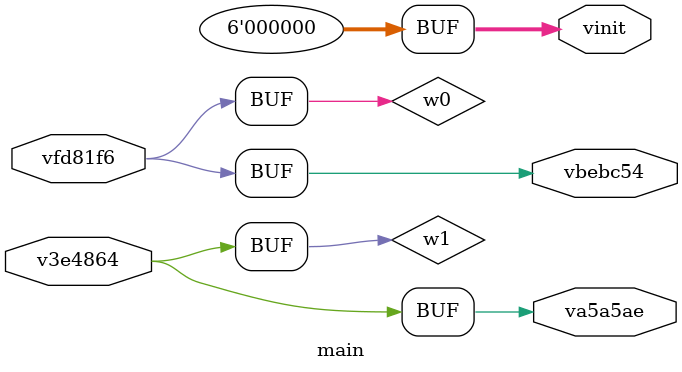
<source format=v>

`default_nettype none

module main (
 input vfd81f6,
 input v3e4864,
 output vbebc54,
 output va5a5ae,
 output [0:5] vinit
);
 wire w0;
 wire w1;
 assign w0 = vfd81f6;
 assign vbebc54 = w0;
 assign w1 = v3e4864;
 assign va5a5ae = w1;
 assign vinit = 6'b000000;
endmodule


</source>
